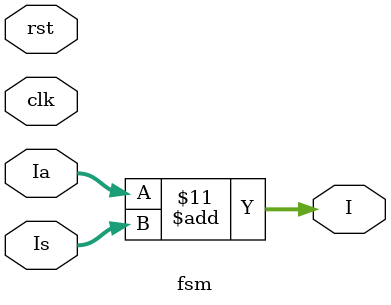
<source format=v>
`timescale 1ns / 1ps


module light_intensity_detection(output [2:0]I,input [1:0]Is,input clk,rst);
wire [1:0]Ia;
Is_to_Ia X1(Ia,Is,clk,rst);
fsm F1(I,Ia,Is,clk,rst);
endmodule


module Is_to_Ia(output reg [1:0]Ia,input [1:0]Is,input clk,rst);
always@(posedge clk)
if(rst)
Ia<=0;
else begin
case(Is)
2'b00:Ia <= 2'b11;
2'b01:Ia <= 2'b10;
2'b10:Ia <= 2'b01;
2'b11:Ia <= 2'b00;
default:Ia <= 2'b00;
endcase
end
endmodule


module fsm(output [2:0]I,input [1:0]Ia,Is,input clk,rst);

parameter s0=2'b00,s1=2'b01,s2=2'b10,s3=2'b11;
reg [1:0]ps,ns;

always@(posedge clk)
begin
if(rst)
ps<=s0;
else
ps<=ns;
end

always@(ps)
begin
case(ps)
s0:ns <= (Ia==2'b00)?s0:s1;
s1:ns <= (Ia==2'b01)?s1:s2;
s2:ns <= (Ia==2'b10)?s2:s3;
s3:ns <= (Ia==2'b11)?s3:s0;
default:ns<=s0;
endcase
end

assign I = Ia + Is;
endmodule



</source>
